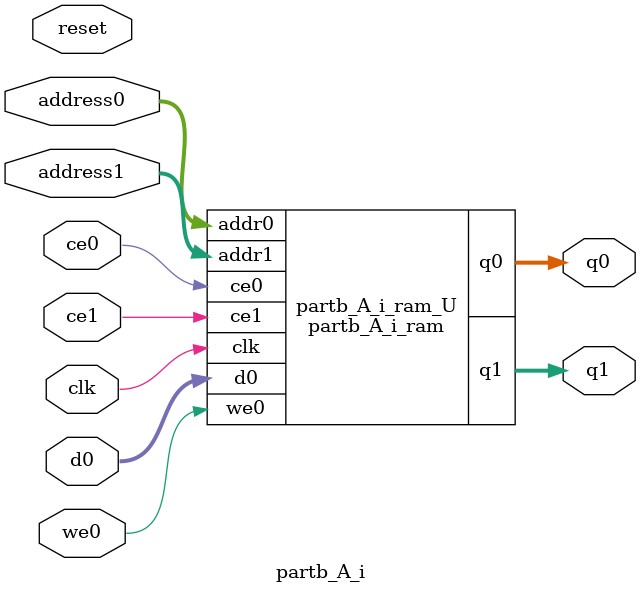
<source format=v>

`timescale 1 ns / 1 ps
module partb_A_i_ram (addr0, ce0, d0, we0, q0, addr1, ce1, q1,  clk);

parameter DWIDTH = 32;
parameter AWIDTH = 14;
parameter MEM_SIZE = 10000;

input[AWIDTH-1:0] addr0;
input ce0;
input[DWIDTH-1:0] d0;
input we0;
output reg[DWIDTH-1:0] q0;
input[AWIDTH-1:0] addr1;
input ce1;
output reg[DWIDTH-1:0] q1;
input clk;

(* ram_style = "block" *)reg [DWIDTH-1:0] ram[0:MEM_SIZE-1];




always @(posedge clk)  
begin 
    if (ce0) 
    begin
        if (we0) 
        begin 
            ram[addr0] <= d0; 
            q0 <= d0;
        end 
        else 
            q0 <= ram[addr0];
    end
end


always @(posedge clk)  
begin 
    if (ce1) 
    begin
            q1 <= ram[addr1];
    end
end


endmodule


`timescale 1 ns / 1 ps
module partb_A_i(
    reset,
    clk,
    address0,
    ce0,
    we0,
    d0,
    q0,
    address1,
    ce1,
    q1);

parameter DataWidth = 32'd32;
parameter AddressRange = 32'd10000;
parameter AddressWidth = 32'd14;
input reset;
input clk;
input[AddressWidth - 1:0] address0;
input ce0;
input we0;
input[DataWidth - 1:0] d0;
output[DataWidth - 1:0] q0;
input[AddressWidth - 1:0] address1;
input ce1;
output[DataWidth - 1:0] q1;



partb_A_i_ram partb_A_i_ram_U(
    .clk( clk ),
    .addr0( address0 ),
    .ce0( ce0 ),
    .we0( we0 ),
    .d0( d0 ),
    .q0( q0 ),
    .addr1( address1 ),
    .ce1( ce1 ),
    .q1( q1 ));

endmodule


</source>
